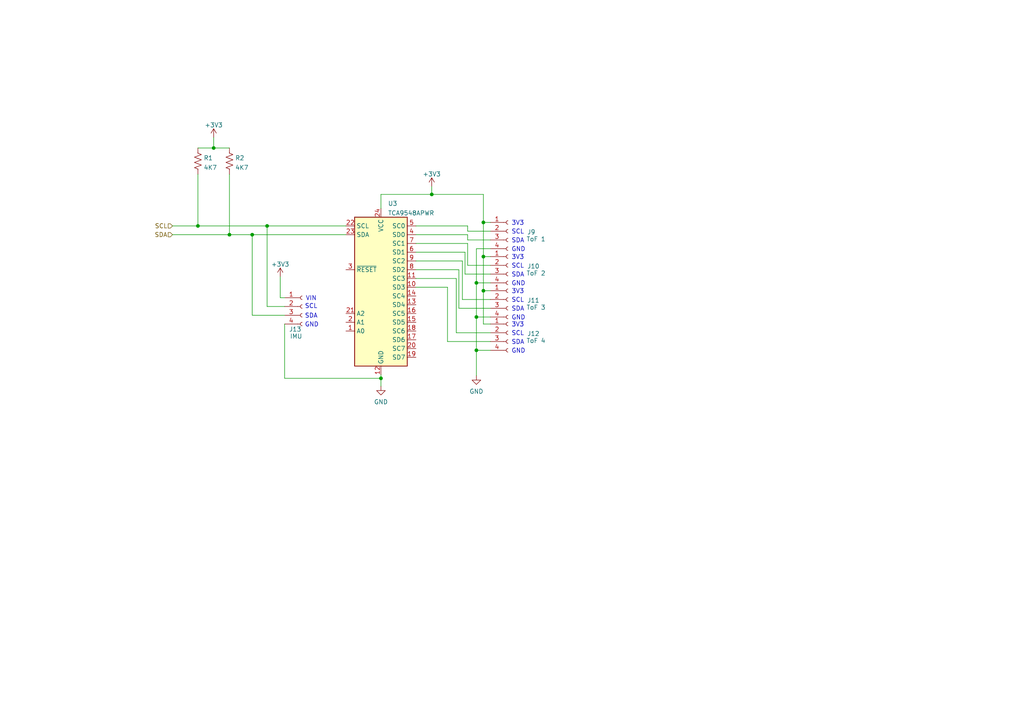
<source format=kicad_sch>
(kicad_sch (version 20211123) (generator eeschema)

  (uuid afccb12c-8605-4c08-bee7-3bfc607faa0b)

  (paper "A4")

  (title_block
    (title "Sensors")
    (date "2022-02-03")
    (rev "1.0")
  )

  (lib_symbols
    (symbol "Connector:Conn_01x04_Female" (pin_names (offset 1.016) hide) (in_bom yes) (on_board yes)
      (property "Reference" "J" (id 0) (at 0 5.08 0)
        (effects (font (size 1.27 1.27)))
      )
      (property "Value" "Conn_01x04_Female" (id 1) (at 0 -7.62 0)
        (effects (font (size 1.27 1.27)))
      )
      (property "Footprint" "" (id 2) (at 0 0 0)
        (effects (font (size 1.27 1.27)) hide)
      )
      (property "Datasheet" "~" (id 3) (at 0 0 0)
        (effects (font (size 1.27 1.27)) hide)
      )
      (property "ki_keywords" "connector" (id 4) (at 0 0 0)
        (effects (font (size 1.27 1.27)) hide)
      )
      (property "ki_description" "Generic connector, single row, 01x04, script generated (kicad-library-utils/schlib/autogen/connector/)" (id 5) (at 0 0 0)
        (effects (font (size 1.27 1.27)) hide)
      )
      (property "ki_fp_filters" "Connector*:*_1x??_*" (id 6) (at 0 0 0)
        (effects (font (size 1.27 1.27)) hide)
      )
      (symbol "Conn_01x04_Female_1_1"
        (arc (start 0 -4.572) (mid -0.508 -5.08) (end 0 -5.588)
          (stroke (width 0.1524) (type default) (color 0 0 0 0))
          (fill (type none))
        )
        (arc (start 0 -2.032) (mid -0.508 -2.54) (end 0 -3.048)
          (stroke (width 0.1524) (type default) (color 0 0 0 0))
          (fill (type none))
        )
        (polyline
          (pts
            (xy -1.27 -5.08)
            (xy -0.508 -5.08)
          )
          (stroke (width 0.1524) (type default) (color 0 0 0 0))
          (fill (type none))
        )
        (polyline
          (pts
            (xy -1.27 -2.54)
            (xy -0.508 -2.54)
          )
          (stroke (width 0.1524) (type default) (color 0 0 0 0))
          (fill (type none))
        )
        (polyline
          (pts
            (xy -1.27 0)
            (xy -0.508 0)
          )
          (stroke (width 0.1524) (type default) (color 0 0 0 0))
          (fill (type none))
        )
        (polyline
          (pts
            (xy -1.27 2.54)
            (xy -0.508 2.54)
          )
          (stroke (width 0.1524) (type default) (color 0 0 0 0))
          (fill (type none))
        )
        (arc (start 0 0.508) (mid -0.508 0) (end 0 -0.508)
          (stroke (width 0.1524) (type default) (color 0 0 0 0))
          (fill (type none))
        )
        (arc (start 0 3.048) (mid -0.508 2.54) (end 0 2.032)
          (stroke (width 0.1524) (type default) (color 0 0 0 0))
          (fill (type none))
        )
        (pin passive line (at -5.08 2.54 0) (length 3.81)
          (name "Pin_1" (effects (font (size 1.27 1.27))))
          (number "1" (effects (font (size 1.27 1.27))))
        )
        (pin passive line (at -5.08 0 0) (length 3.81)
          (name "Pin_2" (effects (font (size 1.27 1.27))))
          (number "2" (effects (font (size 1.27 1.27))))
        )
        (pin passive line (at -5.08 -2.54 0) (length 3.81)
          (name "Pin_3" (effects (font (size 1.27 1.27))))
          (number "3" (effects (font (size 1.27 1.27))))
        )
        (pin passive line (at -5.08 -5.08 0) (length 3.81)
          (name "Pin_4" (effects (font (size 1.27 1.27))))
          (number "4" (effects (font (size 1.27 1.27))))
        )
      )
    )
    (symbol "Device:R_US" (pin_numbers hide) (pin_names (offset 0)) (in_bom yes) (on_board yes)
      (property "Reference" "R" (id 0) (at 2.54 0 90)
        (effects (font (size 1.27 1.27)))
      )
      (property "Value" "R_US" (id 1) (at -2.54 0 90)
        (effects (font (size 1.27 1.27)))
      )
      (property "Footprint" "" (id 2) (at 1.016 -0.254 90)
        (effects (font (size 1.27 1.27)) hide)
      )
      (property "Datasheet" "~" (id 3) (at 0 0 0)
        (effects (font (size 1.27 1.27)) hide)
      )
      (property "ki_keywords" "R res resistor" (id 4) (at 0 0 0)
        (effects (font (size 1.27 1.27)) hide)
      )
      (property "ki_description" "Resistor, US symbol" (id 5) (at 0 0 0)
        (effects (font (size 1.27 1.27)) hide)
      )
      (property "ki_fp_filters" "R_*" (id 6) (at 0 0 0)
        (effects (font (size 1.27 1.27)) hide)
      )
      (symbol "R_US_0_1"
        (polyline
          (pts
            (xy 0 -2.286)
            (xy 0 -2.54)
          )
          (stroke (width 0) (type default) (color 0 0 0 0))
          (fill (type none))
        )
        (polyline
          (pts
            (xy 0 2.286)
            (xy 0 2.54)
          )
          (stroke (width 0) (type default) (color 0 0 0 0))
          (fill (type none))
        )
        (polyline
          (pts
            (xy 0 -0.762)
            (xy 1.016 -1.143)
            (xy 0 -1.524)
            (xy -1.016 -1.905)
            (xy 0 -2.286)
          )
          (stroke (width 0) (type default) (color 0 0 0 0))
          (fill (type none))
        )
        (polyline
          (pts
            (xy 0 0.762)
            (xy 1.016 0.381)
            (xy 0 0)
            (xy -1.016 -0.381)
            (xy 0 -0.762)
          )
          (stroke (width 0) (type default) (color 0 0 0 0))
          (fill (type none))
        )
        (polyline
          (pts
            (xy 0 2.286)
            (xy 1.016 1.905)
            (xy 0 1.524)
            (xy -1.016 1.143)
            (xy 0 0.762)
          )
          (stroke (width 0) (type default) (color 0 0 0 0))
          (fill (type none))
        )
      )
      (symbol "R_US_1_1"
        (pin passive line (at 0 3.81 270) (length 1.27)
          (name "~" (effects (font (size 1.27 1.27))))
          (number "1" (effects (font (size 1.27 1.27))))
        )
        (pin passive line (at 0 -3.81 90) (length 1.27)
          (name "~" (effects (font (size 1.27 1.27))))
          (number "2" (effects (font (size 1.27 1.27))))
        )
      )
    )
    (symbol "Interface_Expansion:TCA9548APWR" (in_bom yes) (on_board yes)
      (property "Reference" "U" (id 0) (at -7.62 21.59 0)
        (effects (font (size 1.27 1.27)) (justify left))
      )
      (property "Value" "TCA9548APWR" (id 1) (at 1.016 21.59 0)
        (effects (font (size 1.27 1.27)) (justify left))
      )
      (property "Footprint" "Package_SO:TSSOP-24_4.4x7.8mm_P0.65mm" (id 2) (at 0 -25.4 0)
        (effects (font (size 1.27 1.27)) hide)
      )
      (property "Datasheet" "http://www.ti.com/lit/ds/symlink/tca9548a.pdf" (id 3) (at 1.27 6.35 0)
        (effects (font (size 1.27 1.27)) hide)
      )
      (property "ki_keywords" "Low voltage 8-channel I2C switch with reset" (id 4) (at 0 0 0)
        (effects (font (size 1.27 1.27)) hide)
      )
      (property "ki_description" "Low voltage 8-channel I2C switch with reset, TSSOP-24" (id 5) (at 0 0 0)
        (effects (font (size 1.27 1.27)) hide)
      )
      (property "ki_fp_filters" "TSSOP*4.4x7.8mm*P0.65mm*" (id 6) (at 0 0 0)
        (effects (font (size 1.27 1.27)) hide)
      )
      (symbol "TCA9548APWR_0_1"
        (rectangle (start -7.62 20.32) (end 7.62 -22.86)
          (stroke (width 0.254) (type default) (color 0 0 0 0))
          (fill (type background))
        )
      )
      (symbol "TCA9548APWR_1_1"
        (pin input line (at -10.16 -12.7 0) (length 2.54)
          (name "A0" (effects (font (size 1.27 1.27))))
          (number "1" (effects (font (size 1.27 1.27))))
        )
        (pin bidirectional line (at 10.16 0 180) (length 2.54)
          (name "SD3" (effects (font (size 1.27 1.27))))
          (number "10" (effects (font (size 1.27 1.27))))
        )
        (pin output line (at 10.16 2.54 180) (length 2.54)
          (name "SC3" (effects (font (size 1.27 1.27))))
          (number "11" (effects (font (size 1.27 1.27))))
        )
        (pin power_in line (at 0 -25.4 90) (length 2.54)
          (name "GND" (effects (font (size 1.27 1.27))))
          (number "12" (effects (font (size 1.27 1.27))))
        )
        (pin bidirectional line (at 10.16 -5.08 180) (length 2.54)
          (name "SD4" (effects (font (size 1.27 1.27))))
          (number "13" (effects (font (size 1.27 1.27))))
        )
        (pin output line (at 10.16 -2.54 180) (length 2.54)
          (name "SC4" (effects (font (size 1.27 1.27))))
          (number "14" (effects (font (size 1.27 1.27))))
        )
        (pin bidirectional line (at 10.16 -10.16 180) (length 2.54)
          (name "SD5" (effects (font (size 1.27 1.27))))
          (number "15" (effects (font (size 1.27 1.27))))
        )
        (pin output line (at 10.16 -7.62 180) (length 2.54)
          (name "SC5" (effects (font (size 1.27 1.27))))
          (number "16" (effects (font (size 1.27 1.27))))
        )
        (pin bidirectional line (at 10.16 -15.24 180) (length 2.54)
          (name "SD6" (effects (font (size 1.27 1.27))))
          (number "17" (effects (font (size 1.27 1.27))))
        )
        (pin output line (at 10.16 -12.7 180) (length 2.54)
          (name "SC6" (effects (font (size 1.27 1.27))))
          (number "18" (effects (font (size 1.27 1.27))))
        )
        (pin bidirectional line (at 10.16 -20.32 180) (length 2.54)
          (name "SD7" (effects (font (size 1.27 1.27))))
          (number "19" (effects (font (size 1.27 1.27))))
        )
        (pin input line (at -10.16 -10.16 0) (length 2.54)
          (name "A1" (effects (font (size 1.27 1.27))))
          (number "2" (effects (font (size 1.27 1.27))))
        )
        (pin output line (at 10.16 -17.78 180) (length 2.54)
          (name "SC7" (effects (font (size 1.27 1.27))))
          (number "20" (effects (font (size 1.27 1.27))))
        )
        (pin input line (at -10.16 -7.62 0) (length 2.54)
          (name "A2" (effects (font (size 1.27 1.27))))
          (number "21" (effects (font (size 1.27 1.27))))
        )
        (pin input line (at -10.16 17.78 0) (length 2.54)
          (name "SCL" (effects (font (size 1.27 1.27))))
          (number "22" (effects (font (size 1.27 1.27))))
        )
        (pin bidirectional line (at -10.16 15.24 0) (length 2.54)
          (name "SDA" (effects (font (size 1.27 1.27))))
          (number "23" (effects (font (size 1.27 1.27))))
        )
        (pin power_in line (at 0 22.86 270) (length 2.54)
          (name "VCC" (effects (font (size 1.27 1.27))))
          (number "24" (effects (font (size 1.27 1.27))))
        )
        (pin input line (at -10.16 5.08 0) (length 2.54)
          (name "~{RESET}" (effects (font (size 1.27 1.27))))
          (number "3" (effects (font (size 1.27 1.27))))
        )
        (pin bidirectional line (at 10.16 15.24 180) (length 2.54)
          (name "SD0" (effects (font (size 1.27 1.27))))
          (number "4" (effects (font (size 1.27 1.27))))
        )
        (pin output line (at 10.16 17.78 180) (length 2.54)
          (name "SC0" (effects (font (size 1.27 1.27))))
          (number "5" (effects (font (size 1.27 1.27))))
        )
        (pin bidirectional line (at 10.16 10.16 180) (length 2.54)
          (name "SD1" (effects (font (size 1.27 1.27))))
          (number "6" (effects (font (size 1.27 1.27))))
        )
        (pin output line (at 10.16 12.7 180) (length 2.54)
          (name "SC1" (effects (font (size 1.27 1.27))))
          (number "7" (effects (font (size 1.27 1.27))))
        )
        (pin bidirectional line (at 10.16 5.08 180) (length 2.54)
          (name "SD2" (effects (font (size 1.27 1.27))))
          (number "8" (effects (font (size 1.27 1.27))))
        )
        (pin output line (at 10.16 7.62 180) (length 2.54)
          (name "SC2" (effects (font (size 1.27 1.27))))
          (number "9" (effects (font (size 1.27 1.27))))
        )
      )
    )
    (symbol "power:+3.3V" (power) (pin_names (offset 0)) (in_bom yes) (on_board yes)
      (property "Reference" "#PWR" (id 0) (at 0 -3.81 0)
        (effects (font (size 1.27 1.27)) hide)
      )
      (property "Value" "+3.3V" (id 1) (at 0 3.556 0)
        (effects (font (size 1.27 1.27)))
      )
      (property "Footprint" "" (id 2) (at 0 0 0)
        (effects (font (size 1.27 1.27)) hide)
      )
      (property "Datasheet" "" (id 3) (at 0 0 0)
        (effects (font (size 1.27 1.27)) hide)
      )
      (property "ki_keywords" "power-flag" (id 4) (at 0 0 0)
        (effects (font (size 1.27 1.27)) hide)
      )
      (property "ki_description" "Power symbol creates a global label with name \"+3.3V\"" (id 5) (at 0 0 0)
        (effects (font (size 1.27 1.27)) hide)
      )
      (symbol "+3.3V_0_1"
        (polyline
          (pts
            (xy -0.762 1.27)
            (xy 0 2.54)
          )
          (stroke (width 0) (type default) (color 0 0 0 0))
          (fill (type none))
        )
        (polyline
          (pts
            (xy 0 0)
            (xy 0 2.54)
          )
          (stroke (width 0) (type default) (color 0 0 0 0))
          (fill (type none))
        )
        (polyline
          (pts
            (xy 0 2.54)
            (xy 0.762 1.27)
          )
          (stroke (width 0) (type default) (color 0 0 0 0))
          (fill (type none))
        )
      )
      (symbol "+3.3V_1_1"
        (pin power_in line (at 0 0 90) (length 0) hide
          (name "+3V3" (effects (font (size 1.27 1.27))))
          (number "1" (effects (font (size 1.27 1.27))))
        )
      )
    )
    (symbol "power:GND" (power) (pin_names (offset 0)) (in_bom yes) (on_board yes)
      (property "Reference" "#PWR" (id 0) (at 0 -6.35 0)
        (effects (font (size 1.27 1.27)) hide)
      )
      (property "Value" "GND" (id 1) (at 0 -3.81 0)
        (effects (font (size 1.27 1.27)))
      )
      (property "Footprint" "" (id 2) (at 0 0 0)
        (effects (font (size 1.27 1.27)) hide)
      )
      (property "Datasheet" "" (id 3) (at 0 0 0)
        (effects (font (size 1.27 1.27)) hide)
      )
      (property "ki_keywords" "power-flag" (id 4) (at 0 0 0)
        (effects (font (size 1.27 1.27)) hide)
      )
      (property "ki_description" "Power symbol creates a global label with name \"GND\" , ground" (id 5) (at 0 0 0)
        (effects (font (size 1.27 1.27)) hide)
      )
      (symbol "GND_0_1"
        (polyline
          (pts
            (xy 0 0)
            (xy 0 -1.27)
            (xy 1.27 -1.27)
            (xy 0 -2.54)
            (xy -1.27 -1.27)
            (xy 0 -1.27)
          )
          (stroke (width 0) (type default) (color 0 0 0 0))
          (fill (type none))
        )
      )
      (symbol "GND_1_1"
        (pin power_in line (at 0 0 270) (length 0) hide
          (name "GND" (effects (font (size 1.27 1.27))))
          (number "1" (effects (font (size 1.27 1.27))))
        )
      )
    )
  )

  (junction (at 138.176 91.948) (diameter 0) (color 0 0 0 0)
    (uuid 036b0835-4cd8-4225-9035-6794fb04d88b)
  )
  (junction (at 77.47 65.532) (diameter 0) (color 0 0 0 0)
    (uuid 1cb6669b-da7b-4d7a-a3fb-6ebb97248569)
  )
  (junction (at 61.976 42.926) (diameter 0) (color 0 0 0 0)
    (uuid 240f9781-a116-48b6-ab2a-51fbd95d9768)
  )
  (junction (at 125.222 56.388) (diameter 0) (color 0 0 0 0)
    (uuid 244e8e94-b3f9-489e-bfc5-fbcadb5575df)
  )
  (junction (at 140.208 84.328) (diameter 0) (color 0 0 0 0)
    (uuid 2a3c2ef8-6d2c-466a-b728-a22c368b6e57)
  )
  (junction (at 138.176 101.6) (diameter 0) (color 0 0 0 0)
    (uuid 50c4aace-a864-4eca-84d3-4169649bfda3)
  )
  (junction (at 110.49 109.728) (diameter 0) (color 0 0 0 0)
    (uuid 64704956-2983-4ef9-bd08-b61b254129f5)
  )
  (junction (at 73.152 68.072) (diameter 0) (color 0 0 0 0)
    (uuid 744b57d1-d1c4-4d56-a75d-b72886598678)
  )
  (junction (at 66.548 68.072) (diameter 0) (color 0 0 0 0)
    (uuid 931f904b-41ae-458f-ac55-af6bb298aba3)
  )
  (junction (at 140.208 74.422) (diameter 0) (color 0 0 0 0)
    (uuid bc87a498-15ae-4558-989f-608d346f5ff7)
  )
  (junction (at 140.208 64.516) (diameter 0) (color 0 0 0 0)
    (uuid d8b2eede-5c53-4e16-9c62-eb5a9f829346)
  )
  (junction (at 138.176 82.042) (diameter 0) (color 0 0 0 0)
    (uuid e85b8ff5-021e-4fd6-a93e-e92b01bdf331)
  )
  (junction (at 57.404 65.532) (diameter 0) (color 0 0 0 0)
    (uuid f68b741e-7c40-4d37-a482-6d9861636d5e)
  )

  (wire (pts (xy 120.65 70.612) (xy 135.636 70.612))
    (stroke (width 0) (type default) (color 0 0 0 0))
    (uuid 021e2b2d-9335-41a4-91af-74bff527d3e4)
  )
  (wire (pts (xy 125.222 54.102) (xy 125.222 56.388))
    (stroke (width 0) (type default) (color 0 0 0 0))
    (uuid 05dd967b-0571-45e5-bc46-69d36de497a9)
  )
  (wire (pts (xy 57.404 42.926) (xy 61.976 42.926))
    (stroke (width 0) (type default) (color 0 0 0 0))
    (uuid 129d0f8a-381b-486f-b0df-bca5efea52ab)
  )
  (wire (pts (xy 110.49 108.712) (xy 110.49 109.728))
    (stroke (width 0) (type default) (color 0 0 0 0))
    (uuid 12b75f7a-91de-4f80-b58c-ea7e9977e411)
  )
  (wire (pts (xy 134.874 73.152) (xy 134.874 79.502))
    (stroke (width 0) (type default) (color 0 0 0 0))
    (uuid 13ebc5a7-b337-4d8c-a980-561879e4b150)
  )
  (wire (pts (xy 50.038 65.532) (xy 57.404 65.532))
    (stroke (width 0) (type default) (color 0 0 0 0))
    (uuid 15e76678-dc42-443a-9822-6e6ec66e5174)
  )
  (wire (pts (xy 133.096 78.232) (xy 133.096 89.408))
    (stroke (width 0) (type default) (color 0 0 0 0))
    (uuid 162f2c95-8e10-4344-b86f-2fe6c64f058f)
  )
  (wire (pts (xy 142.24 91.948) (xy 138.176 91.948))
    (stroke (width 0) (type default) (color 0 0 0 0))
    (uuid 1a23f155-7f0c-4f86-94df-5c2da35faa40)
  )
  (wire (pts (xy 140.208 56.388) (xy 140.208 64.516))
    (stroke (width 0) (type default) (color 0 0 0 0))
    (uuid 1b011970-182b-473b-a344-d1e4c481bdf1)
  )
  (wire (pts (xy 138.176 82.042) (xy 138.176 91.948))
    (stroke (width 0) (type default) (color 0 0 0 0))
    (uuid 1deedb56-2689-498a-8927-1f77048a00c2)
  )
  (wire (pts (xy 132.334 96.52) (xy 142.24 96.52))
    (stroke (width 0) (type default) (color 0 0 0 0))
    (uuid 20d1f349-dc95-488b-baa0-6bdb74f82e2b)
  )
  (wire (pts (xy 120.65 65.532) (xy 135.636 65.532))
    (stroke (width 0) (type default) (color 0 0 0 0))
    (uuid 21b9cb94-96b3-4ef5-ba02-7d72babc8759)
  )
  (wire (pts (xy 134.112 86.868) (xy 142.24 86.868))
    (stroke (width 0) (type default) (color 0 0 0 0))
    (uuid 22fa8438-c06e-4841-98e3-ed4e0a386876)
  )
  (wire (pts (xy 50.038 68.072) (xy 66.548 68.072))
    (stroke (width 0) (type default) (color 0 0 0 0))
    (uuid 26708e88-38a5-47d7-80b1-54ac568f99c5)
  )
  (wire (pts (xy 129.794 83.312) (xy 120.65 83.312))
    (stroke (width 0) (type default) (color 0 0 0 0))
    (uuid 2aef8391-afd5-4489-ba4d-2ee1ba66ad99)
  )
  (wire (pts (xy 140.208 74.422) (xy 142.24 74.422))
    (stroke (width 0) (type default) (color 0 0 0 0))
    (uuid 2afbf4cc-b3d0-469a-bab0-ec3158b0fed4)
  )
  (wire (pts (xy 138.176 91.948) (xy 138.176 101.6))
    (stroke (width 0) (type default) (color 0 0 0 0))
    (uuid 2c9820e4-9eb2-4013-9413-467920770dda)
  )
  (wire (pts (xy 110.49 109.728) (xy 110.49 112.014))
    (stroke (width 0) (type default) (color 0 0 0 0))
    (uuid 3e6b8f5c-7f12-4d82-8011-dc1fd9fd0356)
  )
  (wire (pts (xy 140.208 64.516) (xy 140.208 74.422))
    (stroke (width 0) (type default) (color 0 0 0 0))
    (uuid 3fa0538d-141e-4fbc-8461-1fa82e3e5256)
  )
  (wire (pts (xy 135.636 68.072) (xy 135.636 69.596))
    (stroke (width 0) (type default) (color 0 0 0 0))
    (uuid 4e822fa7-fabe-4973-99f5-32d7e10e2cdb)
  )
  (wire (pts (xy 82.55 91.44) (xy 73.152 91.44))
    (stroke (width 0) (type default) (color 0 0 0 0))
    (uuid 55d4220c-1373-4d6c-a20e-70673ae16d9a)
  )
  (wire (pts (xy 82.55 86.36) (xy 81.28 86.36))
    (stroke (width 0) (type default) (color 0 0 0 0))
    (uuid 582d4bea-7416-4590-ad8e-2826a87af7a2)
  )
  (wire (pts (xy 133.096 89.408) (xy 142.24 89.408))
    (stroke (width 0) (type default) (color 0 0 0 0))
    (uuid 58642e81-1bc3-40ae-a7fb-419d40c18a5e)
  )
  (wire (pts (xy 110.49 56.388) (xy 110.49 60.452))
    (stroke (width 0) (type default) (color 0 0 0 0))
    (uuid 5b91e5d4-95af-4924-a175-5c3abc327931)
  )
  (wire (pts (xy 142.24 84.328) (xy 140.208 84.328))
    (stroke (width 0) (type default) (color 0 0 0 0))
    (uuid 5cc82b2c-3df3-416f-9740-7eca2563e247)
  )
  (wire (pts (xy 73.152 68.072) (xy 100.33 68.072))
    (stroke (width 0) (type default) (color 0 0 0 0))
    (uuid 5d3d5314-49d0-4e67-a670-e4eebfe22e50)
  )
  (wire (pts (xy 61.976 42.926) (xy 66.548 42.926))
    (stroke (width 0) (type default) (color 0 0 0 0))
    (uuid 5e23c85c-8778-4727-8eaa-911fd6f46e63)
  )
  (wire (pts (xy 140.208 84.328) (xy 140.208 93.98))
    (stroke (width 0) (type default) (color 0 0 0 0))
    (uuid 5e7da84b-46ba-440e-bfd0-254ede9b1063)
  )
  (wire (pts (xy 135.636 70.612) (xy 135.636 76.962))
    (stroke (width 0) (type default) (color 0 0 0 0))
    (uuid 61dd954a-5362-4c81-8db5-abc8bb00da2f)
  )
  (wire (pts (xy 125.222 56.388) (xy 140.208 56.388))
    (stroke (width 0) (type default) (color 0 0 0 0))
    (uuid 6964ee36-c28f-4e12-8159-9fb1d1e63370)
  )
  (wire (pts (xy 138.176 72.136) (xy 138.176 82.042))
    (stroke (width 0) (type default) (color 0 0 0 0))
    (uuid 6ac246b3-987f-4d0c-8b3e-a1bb31c1ca71)
  )
  (wire (pts (xy 81.28 80.264) (xy 81.28 86.36))
    (stroke (width 0) (type default) (color 0 0 0 0))
    (uuid 6e1ee447-662e-4a34-849c-24c225f4c7d9)
  )
  (wire (pts (xy 57.404 50.546) (xy 57.404 65.532))
    (stroke (width 0) (type default) (color 0 0 0 0))
    (uuid 72c67af8-e025-4b70-8bd2-079b20144624)
  )
  (wire (pts (xy 135.636 76.962) (xy 142.24 76.962))
    (stroke (width 0) (type default) (color 0 0 0 0))
    (uuid 73220824-b2bd-4e01-846a-6603805fd06f)
  )
  (wire (pts (xy 73.152 91.44) (xy 73.152 68.072))
    (stroke (width 0) (type default) (color 0 0 0 0))
    (uuid 7c04f4ff-89db-4c25-8674-3446f0254c19)
  )
  (wire (pts (xy 129.794 99.06) (xy 129.794 83.312))
    (stroke (width 0) (type default) (color 0 0 0 0))
    (uuid 7c33a2cf-b3fe-4fd1-b722-1dd66b063266)
  )
  (wire (pts (xy 110.49 56.388) (xy 125.222 56.388))
    (stroke (width 0) (type default) (color 0 0 0 0))
    (uuid 7cf63434-1e8d-4ff9-8020-dfa5a850b6d8)
  )
  (wire (pts (xy 77.47 88.9) (xy 77.47 65.532))
    (stroke (width 0) (type default) (color 0 0 0 0))
    (uuid 7e85e058-07af-4f98-9f49-6abfe370117b)
  )
  (wire (pts (xy 120.65 75.692) (xy 134.112 75.692))
    (stroke (width 0) (type default) (color 0 0 0 0))
    (uuid 7f2baf5f-2689-4b63-8a47-b3589b6e2cc9)
  )
  (wire (pts (xy 82.55 109.728) (xy 110.49 109.728))
    (stroke (width 0) (type default) (color 0 0 0 0))
    (uuid 84d828b6-9b99-4030-9fcf-8f9ac582e5d4)
  )
  (wire (pts (xy 140.208 74.422) (xy 140.208 84.328))
    (stroke (width 0) (type default) (color 0 0 0 0))
    (uuid 86c20ade-1f87-4dd0-a33b-63cc5b3b190d)
  )
  (wire (pts (xy 140.208 64.516) (xy 142.24 64.516))
    (stroke (width 0) (type default) (color 0 0 0 0))
    (uuid 86f480e5-61bf-4dca-b41b-d4abdf1db1ea)
  )
  (wire (pts (xy 57.404 65.532) (xy 77.47 65.532))
    (stroke (width 0) (type default) (color 0 0 0 0))
    (uuid 8d59166e-0857-405e-80f0-3aeb94fd402f)
  )
  (wire (pts (xy 135.636 65.532) (xy 135.636 67.056))
    (stroke (width 0) (type default) (color 0 0 0 0))
    (uuid 920c20f9-cbdc-49f1-a5bf-d5bed09e725d)
  )
  (wire (pts (xy 132.334 80.772) (xy 132.334 96.52))
    (stroke (width 0) (type default) (color 0 0 0 0))
    (uuid 98f5b0db-78bd-43ee-989c-ab398d0039e8)
  )
  (wire (pts (xy 134.112 75.692) (xy 134.112 86.868))
    (stroke (width 0) (type default) (color 0 0 0 0))
    (uuid a4f56c1c-3ed6-495c-9fcb-39a56b49af49)
  )
  (wire (pts (xy 77.47 65.532) (xy 100.33 65.532))
    (stroke (width 0) (type default) (color 0 0 0 0))
    (uuid aca6095e-36a2-443b-8183-ccf3e600374f)
  )
  (wire (pts (xy 142.24 82.042) (xy 138.176 82.042))
    (stroke (width 0) (type default) (color 0 0 0 0))
    (uuid af5ad46f-b9f4-4e30-8859-6e6b0778f865)
  )
  (wire (pts (xy 142.24 99.06) (xy 129.794 99.06))
    (stroke (width 0) (type default) (color 0 0 0 0))
    (uuid b0c9f898-fc4d-49f5-9770-c4a3e35a169d)
  )
  (wire (pts (xy 66.548 68.072) (xy 73.152 68.072))
    (stroke (width 0) (type default) (color 0 0 0 0))
    (uuid b26ea949-c031-4e87-aa4c-5b0817138629)
  )
  (wire (pts (xy 82.55 93.98) (xy 82.55 109.728))
    (stroke (width 0) (type default) (color 0 0 0 0))
    (uuid ba04f500-d8ec-4cda-ae38-c11a815d89e4)
  )
  (wire (pts (xy 142.24 101.6) (xy 138.176 101.6))
    (stroke (width 0) (type default) (color 0 0 0 0))
    (uuid ba71eee7-d46a-4fba-b10f-54189dfed245)
  )
  (wire (pts (xy 120.65 80.772) (xy 132.334 80.772))
    (stroke (width 0) (type default) (color 0 0 0 0))
    (uuid be589185-3d3e-4258-bc78-cb57d4c88321)
  )
  (wire (pts (xy 120.65 73.152) (xy 134.874 73.152))
    (stroke (width 0) (type default) (color 0 0 0 0))
    (uuid be9a7487-c0d3-4bc1-9ffe-5d4057dd4bbe)
  )
  (wire (pts (xy 135.636 67.056) (xy 142.24 67.056))
    (stroke (width 0) (type default) (color 0 0 0 0))
    (uuid c9a3df12-716f-48ac-bad7-42ad8acf4db4)
  )
  (wire (pts (xy 120.65 78.232) (xy 133.096 78.232))
    (stroke (width 0) (type default) (color 0 0 0 0))
    (uuid cd5f3e0f-7f10-4788-8564-8f74eb1e190c)
  )
  (wire (pts (xy 66.548 50.546) (xy 66.548 68.072))
    (stroke (width 0) (type default) (color 0 0 0 0))
    (uuid ce6b9e79-37a8-4c25-ba89-6b98fc2d25f6)
  )
  (wire (pts (xy 82.55 88.9) (xy 77.47 88.9))
    (stroke (width 0) (type default) (color 0 0 0 0))
    (uuid cec73575-7643-4776-9ec1-65b98298cee6)
  )
  (wire (pts (xy 61.976 39.878) (xy 61.976 42.926))
    (stroke (width 0) (type default) (color 0 0 0 0))
    (uuid cf3c5e39-aa1c-4ef4-8fc0-725e58354749)
  )
  (wire (pts (xy 142.24 72.136) (xy 138.176 72.136))
    (stroke (width 0) (type default) (color 0 0 0 0))
    (uuid cf47adbf-7a87-40a6-9c98-3a01ce3853f7)
  )
  (wire (pts (xy 135.636 69.596) (xy 142.24 69.596))
    (stroke (width 0) (type default) (color 0 0 0 0))
    (uuid da1c3bce-0432-4e88-bb98-a02fb2956579)
  )
  (wire (pts (xy 134.874 79.502) (xy 142.24 79.502))
    (stroke (width 0) (type default) (color 0 0 0 0))
    (uuid da30764c-6190-43f7-91f0-cb6c5de960d3)
  )
  (wire (pts (xy 142.24 93.98) (xy 140.208 93.98))
    (stroke (width 0) (type default) (color 0 0 0 0))
    (uuid dabbeedf-344f-439b-b9bb-bbd050ab6244)
  )
  (wire (pts (xy 138.176 101.6) (xy 138.176 108.966))
    (stroke (width 0) (type default) (color 0 0 0 0))
    (uuid e00e0feb-f530-4a77-9df5-68d35dc32f71)
  )
  (wire (pts (xy 120.65 68.072) (xy 135.636 68.072))
    (stroke (width 0) (type default) (color 0 0 0 0))
    (uuid e139663d-ca92-4db0-bed6-b1ed1e2fe6c8)
  )

  (text "SDA" (at 88.392 92.456 0)
    (effects (font (size 1.27 1.27)) (justify left bottom))
    (uuid 0082534c-4e65-4775-8e69-699440aabd9c)
  )
  (text "SCL\n\n" (at 148.336 89.916 0)
    (effects (font (size 1.27 1.27)) (justify left bottom))
    (uuid 0d20e72b-15cd-40a5-96fa-6b2810325dcb)
  )
  (text "GND" (at 148.336 92.964 0)
    (effects (font (size 1.27 1.27)) (justify left bottom))
    (uuid 1eaa6861-7cf6-4d91-9d9e-4c42202c42ad)
  )
  (text "GND\n" (at 88.392 94.996 0)
    (effects (font (size 1.27 1.27)) (justify left bottom))
    (uuid 3ec39dec-0797-44f7-8264-c223d6123803)
  )
  (text "SDA\n" (at 148.336 80.518 0)
    (effects (font (size 1.27 1.27)) (justify left bottom))
    (uuid 43a83234-93f0-4c06-b4da-7d220862aaf3)
  )
  (text "SDA\n" (at 148.336 100.076 0)
    (effects (font (size 1.27 1.27)) (justify left bottom))
    (uuid 73c430a6-4643-45d1-a714-b2e03dae966d)
  )
  (text "SCL\n\n" (at 148.336 99.568 0)
    (effects (font (size 1.27 1.27)) (justify left bottom))
    (uuid 76d243c2-0aba-4acf-ab09-ba92e144a92c)
  )
  (text "SCL\n\n" (at 148.336 70.104 0)
    (effects (font (size 1.27 1.27)) (justify left bottom))
    (uuid 7c11d733-8199-49b3-90a9-026b8637d73a)
  )
  (text "3V3\n" (at 148.336 94.996 0)
    (effects (font (size 1.27 1.27)) (justify left bottom))
    (uuid 7d01df32-d61c-4120-bc5a-0a071dca1cff)
  )
  (text "GND" (at 148.336 102.616 0)
    (effects (font (size 1.27 1.27)) (justify left bottom))
    (uuid 85c2b86b-8f22-4b0a-9673-2f7ebf8f5b9b)
  )
  (text "VIN\n" (at 88.646 87.376 0)
    (effects (font (size 1.27 1.27)) (justify left bottom))
    (uuid 8a18dc2d-3acf-4bed-a88a-59330e4de1f8)
  )
  (text "SDA\n" (at 148.336 70.612 0)
    (effects (font (size 1.27 1.27)) (justify left bottom))
    (uuid 8b44d664-b9c1-47ad-b68e-eeff6ec3b530)
  )
  (text "GND" (at 148.336 73.152 0)
    (effects (font (size 1.27 1.27)) (justify left bottom))
    (uuid a234303d-85aa-4989-a85b-19b0fd905e50)
  )
  (text "SDA\n" (at 148.336 90.424 0)
    (effects (font (size 1.27 1.27)) (justify left bottom))
    (uuid b20fd1ec-4d29-4cfc-b7c8-33750a9cc0b2)
  )
  (text "SCL\n" (at 88.392 89.662 0)
    (effects (font (size 1.27 1.27)) (justify left bottom))
    (uuid b6c0e4f7-1312-44d5-a62b-24a791e5c6ef)
  )
  (text "3V3\n" (at 148.336 75.438 0)
    (effects (font (size 1.27 1.27)) (justify left bottom))
    (uuid c0d63dca-cd11-42ee-9c6c-d5d84102c5dc)
  )
  (text "SCL\n\n" (at 148.336 80.01 0)
    (effects (font (size 1.27 1.27)) (justify left bottom))
    (uuid c6c7ce88-30d9-43e4-996a-603f2a60bac4)
  )
  (text "3V3\n" (at 148.336 65.532 0)
    (effects (font (size 1.27 1.27)) (justify left bottom))
    (uuid e051ab87-6e21-474a-a328-83af76c10393)
  )
  (text "GND" (at 148.336 83.058 0)
    (effects (font (size 1.27 1.27)) (justify left bottom))
    (uuid e7136900-7875-43d6-b8f9-7e187e89492a)
  )
  (text "3V3\n" (at 148.336 85.344 0)
    (effects (font (size 1.27 1.27)) (justify left bottom))
    (uuid fb2afb5e-0df3-4b6e-85be-af8fe30d08c4)
  )

  (hierarchical_label "SDA" (shape input) (at 50.038 68.072 180)
    (effects (font (size 1.27 1.27)) (justify right))
    (uuid 9e164acd-41fb-4d2d-9eda-f2b5108e38d1)
  )
  (hierarchical_label "SCL" (shape input) (at 50.038 65.532 180)
    (effects (font (size 1.27 1.27)) (justify right))
    (uuid bb756b60-c54f-44c5-8778-315e929cb0e0)
  )

  (symbol (lib_id "Connector:Conn_01x04_Female") (at 147.32 67.056 0) (unit 1)
    (in_bom yes) (on_board yes)
    (uuid 0870e819-025a-4579-a35c-0b853a5b3af3)
    (property "Reference" "J9" (id 0) (at 152.908 67.31 0)
      (effects (font (size 1.27 1.27)) (justify left))
    )
    (property "Value" "ToF 1" (id 1) (at 152.654 69.342 0)
      (effects (font (size 1.27 1.27)) (justify left))
    )
    (property "Footprint" "" (id 2) (at 147.32 67.056 0)
      (effects (font (size 1.27 1.27)) hide)
    )
    (property "Datasheet" "~" (id 3) (at 147.32 67.056 0)
      (effects (font (size 1.27 1.27)) hide)
    )
    (pin "1" (uuid 37b498bf-5c98-4812-ada3-807d72eff702))
    (pin "2" (uuid dc26d682-bfc8-4572-a584-fa9551b25ee6))
    (pin "3" (uuid 2b537c9a-afa7-437b-81c8-05b46275fa87))
    (pin "4" (uuid 6483b717-064c-4fca-93a8-9ab54b2215ae))
  )

  (symbol (lib_id "Device:R_US") (at 57.404 46.736 0) (unit 1)
    (in_bom yes) (on_board yes) (fields_autoplaced)
    (uuid 0ddffb29-819f-4fb1-8ac1-f59fa3272ba3)
    (property "Reference" "R1" (id 0) (at 59.055 45.8275 0)
      (effects (font (size 1.27 1.27)) (justify left))
    )
    (property "Value" "4K7" (id 1) (at 59.055 48.6026 0)
      (effects (font (size 1.27 1.27)) (justify left))
    )
    (property "Footprint" "" (id 2) (at 58.42 46.99 90)
      (effects (font (size 1.27 1.27)) hide)
    )
    (property "Datasheet" "~" (id 3) (at 57.404 46.736 0)
      (effects (font (size 1.27 1.27)) hide)
    )
    (pin "1" (uuid 1d3149d7-c24d-4f49-b6fd-bd2c8bd8cb2d))
    (pin "2" (uuid 3a643040-8b32-423b-a26e-df574c4a1ee9))
  )

  (symbol (lib_id "power:+3.3V") (at 61.976 39.878 0) (unit 1)
    (in_bom yes) (on_board yes) (fields_autoplaced)
    (uuid 241e2e05-d38b-4b03-aba4-8626e4fb6e93)
    (property "Reference" "#PWR?" (id 0) (at 61.976 43.688 0)
      (effects (font (size 1.27 1.27)) hide)
    )
    (property "Value" "+3.3V" (id 1) (at 61.976 36.2735 0))
    (property "Footprint" "" (id 2) (at 61.976 39.878 0)
      (effects (font (size 1.27 1.27)) hide)
    )
    (property "Datasheet" "" (id 3) (at 61.976 39.878 0)
      (effects (font (size 1.27 1.27)) hide)
    )
    (pin "1" (uuid 16e25d3f-de5f-4257-a069-f7af8e6b816e))
  )

  (symbol (lib_id "Connector:Conn_01x04_Female") (at 147.32 96.52 0) (unit 1)
    (in_bom yes) (on_board yes)
    (uuid 3496f127-f1fe-4b45-aeed-c71ec8b762b3)
    (property "Reference" "J12" (id 0) (at 152.908 96.774 0)
      (effects (font (size 1.27 1.27)) (justify left))
    )
    (property "Value" "ToF 4" (id 1) (at 152.654 98.806 0)
      (effects (font (size 1.27 1.27)) (justify left))
    )
    (property "Footprint" "" (id 2) (at 147.32 96.52 0)
      (effects (font (size 1.27 1.27)) hide)
    )
    (property "Datasheet" "~" (id 3) (at 147.32 96.52 0)
      (effects (font (size 1.27 1.27)) hide)
    )
    (pin "1" (uuid e5c0fe00-33ce-49ff-961f-4da266a9b361))
    (pin "2" (uuid e4e01f96-794c-4abd-8a1d-53404c19d36d))
    (pin "3" (uuid 63bc0cc9-2399-4243-b4df-ee57ba17a98a))
    (pin "4" (uuid a5a0d6a9-4790-44b4-84c1-b0e294211b8d))
  )

  (symbol (lib_id "power:+3.3V") (at 81.28 80.264 0) (unit 1)
    (in_bom yes) (on_board yes) (fields_autoplaced)
    (uuid 4d042256-5636-4f80-ac2b-98e8a1fdbefc)
    (property "Reference" "#PWR?" (id 0) (at 81.28 84.074 0)
      (effects (font (size 1.27 1.27)) hide)
    )
    (property "Value" "+3.3V" (id 1) (at 81.28 76.6595 0))
    (property "Footprint" "" (id 2) (at 81.28 80.264 0)
      (effects (font (size 1.27 1.27)) hide)
    )
    (property "Datasheet" "" (id 3) (at 81.28 80.264 0)
      (effects (font (size 1.27 1.27)) hide)
    )
    (pin "1" (uuid 17648de8-29d7-4173-bedb-1770e7f27c02))
  )

  (symbol (lib_id "power:+3.3V") (at 125.222 54.102 0) (unit 1)
    (in_bom yes) (on_board yes) (fields_autoplaced)
    (uuid 6aa8c486-32ac-4622-b983-28b6b0239d8f)
    (property "Reference" "#PWR?" (id 0) (at 125.222 57.912 0)
      (effects (font (size 1.27 1.27)) hide)
    )
    (property "Value" "+3.3V" (id 1) (at 125.222 50.4975 0))
    (property "Footprint" "" (id 2) (at 125.222 54.102 0)
      (effects (font (size 1.27 1.27)) hide)
    )
    (property "Datasheet" "" (id 3) (at 125.222 54.102 0)
      (effects (font (size 1.27 1.27)) hide)
    )
    (pin "1" (uuid f746a79c-864b-4c5c-bfb5-b2aecaf54316))
  )

  (symbol (lib_id "Interface_Expansion:TCA9548APWR") (at 110.49 83.312 0) (unit 1)
    (in_bom yes) (on_board yes) (fields_autoplaced)
    (uuid 6d8c3a9e-ecc3-45c7-a8b9-5ce4608f908c)
    (property "Reference" "U3" (id 0) (at 112.5094 59.0255 0)
      (effects (font (size 1.27 1.27)) (justify left))
    )
    (property "Value" "TCA9548APWR" (id 1) (at 112.5094 61.8006 0)
      (effects (font (size 1.27 1.27)) (justify left))
    )
    (property "Footprint" "Package_SO:TSSOP-24_4.4x7.8mm_P0.65mm" (id 2) (at 110.49 108.712 0)
      (effects (font (size 1.27 1.27)) hide)
    )
    (property "Datasheet" "http://www.ti.com/lit/ds/symlink/tca9548a.pdf" (id 3) (at 111.76 76.962 0)
      (effects (font (size 1.27 1.27)) hide)
    )
    (pin "1" (uuid ab549c90-c956-4665-b949-63873afeece5))
    (pin "10" (uuid 8f1cb6d0-2e02-46d0-a501-1f534398bf5d))
    (pin "11" (uuid 02c39be8-56e5-490b-b4da-0b1eaab04e0b))
    (pin "12" (uuid 0a8f8b94-c01d-4779-92bc-131d4a04f115))
    (pin "13" (uuid 3b72c0fa-ec80-4178-9ec9-8a2031d38e84))
    (pin "14" (uuid 76c14663-0f2e-4a2a-8dfd-4bab2a03a224))
    (pin "15" (uuid c7a7013f-5030-43e5-ad7e-942e016673fc))
    (pin "16" (uuid ead20fbe-e716-4f81-852c-c0d7d7e51a2a))
    (pin "17" (uuid b1b60539-f709-4a1f-a962-099f0059eec7))
    (pin "18" (uuid a9655280-3cbb-4afb-abf6-d39942b1fb37))
    (pin "19" (uuid 86106e96-946c-44d8-ab6d-ab57f23ce829))
    (pin "2" (uuid 5d723dc5-87c2-4221-8d3c-92e14b8819e5))
    (pin "20" (uuid 9b5d2c14-4faa-4923-8ba1-b25b2948ba77))
    (pin "21" (uuid 6ada9f28-bc26-4348-98fd-396b7cc5f6ee))
    (pin "22" (uuid 7ac6f2a7-044f-435e-92eb-ce3500d6eb0b))
    (pin "23" (uuid 28ec1f29-4986-4a9a-a39a-5d540d191da2))
    (pin "24" (uuid c60283b1-1193-4ecd-b0b7-a64f8c32ace7))
    (pin "3" (uuid 11ee3341-7129-4a33-9ddd-6483a1460216))
    (pin "4" (uuid faa5500c-936d-4f59-b2c9-abc5a2342566))
    (pin "5" (uuid 3a313ee6-f652-4962-be1b-274d9544a739))
    (pin "6" (uuid 027956b9-e60f-4292-bcc7-d28bff8f4746))
    (pin "7" (uuid 50e92086-0ce3-4d99-bd69-8c89a2ede8f2))
    (pin "8" (uuid 9325ff2a-8977-4008-b62d-a3566abdacb2))
    (pin "9" (uuid 3e8dea81-223a-4fc6-aec2-87ec97ac8654))
  )

  (symbol (lib_id "Connector:Conn_01x04_Female") (at 147.32 76.962 0) (unit 1)
    (in_bom yes) (on_board yes)
    (uuid 8a6670b3-102c-40bd-9fe8-000e2d1d92ba)
    (property "Reference" "J10" (id 0) (at 152.908 77.216 0)
      (effects (font (size 1.27 1.27)) (justify left))
    )
    (property "Value" "ToF 2" (id 1) (at 152.654 79.248 0)
      (effects (font (size 1.27 1.27)) (justify left))
    )
    (property "Footprint" "" (id 2) (at 147.32 76.962 0)
      (effects (font (size 1.27 1.27)) hide)
    )
    (property "Datasheet" "~" (id 3) (at 147.32 76.962 0)
      (effects (font (size 1.27 1.27)) hide)
    )
    (pin "1" (uuid e8f5bdb1-438e-44cd-8b2f-530cc649c9fb))
    (pin "2" (uuid 327e6a1f-4054-4659-ae18-5afe32748e31))
    (pin "3" (uuid 7a2b8376-431e-429c-a705-19a927270952))
    (pin "4" (uuid 6506599d-a135-4ef9-93b3-5e2e3f546b77))
  )

  (symbol (lib_id "Connector:Conn_01x04_Female") (at 87.63 88.9 0) (unit 1)
    (in_bom yes) (on_board yes)
    (uuid de0ce676-aafd-42a5-8447-776ad52b2d70)
    (property "Reference" "J13" (id 0) (at 83.82 95.504 0)
      (effects (font (size 1.27 1.27)) (justify left))
    )
    (property "Value" "IMU" (id 1) (at 84.074 97.536 0)
      (effects (font (size 1.27 1.27)) (justify left))
    )
    (property "Footprint" "" (id 2) (at 87.63 88.9 0)
      (effects (font (size 1.27 1.27)) hide)
    )
    (property "Datasheet" "~" (id 3) (at 87.63 88.9 0)
      (effects (font (size 1.27 1.27)) hide)
    )
    (pin "1" (uuid 75f857a7-aa79-430e-a8b9-c577d47fd406))
    (pin "2" (uuid 4aa8195a-6a55-423f-8e9a-07cc6aa701a2))
    (pin "3" (uuid 4235927c-b348-4c6c-83b3-9d4486a3f298))
    (pin "4" (uuid 91dbb78e-73b0-4eb5-be4e-0f2528a22fe2))
  )

  (symbol (lib_id "power:GND") (at 138.176 108.966 0) (unit 1)
    (in_bom yes) (on_board yes) (fields_autoplaced)
    (uuid ecc1b9fd-4242-42af-889a-312a60735d73)
    (property "Reference" "#PWR?" (id 0) (at 138.176 115.316 0)
      (effects (font (size 1.27 1.27)) hide)
    )
    (property "Value" "GND" (id 1) (at 138.176 113.5285 0))
    (property "Footprint" "" (id 2) (at 138.176 108.966 0)
      (effects (font (size 1.27 1.27)) hide)
    )
    (property "Datasheet" "" (id 3) (at 138.176 108.966 0)
      (effects (font (size 1.27 1.27)) hide)
    )
    (pin "1" (uuid bd803a15-8df2-43aa-a80c-823bf7dd22e0))
  )

  (symbol (lib_id "Connector:Conn_01x04_Female") (at 147.32 86.868 0) (unit 1)
    (in_bom yes) (on_board yes)
    (uuid edfc85a6-cbe8-41c0-99e9-bc9d5144fe9c)
    (property "Reference" "J11" (id 0) (at 152.908 87.122 0)
      (effects (font (size 1.27 1.27)) (justify left))
    )
    (property "Value" "ToF 3" (id 1) (at 152.654 89.154 0)
      (effects (font (size 1.27 1.27)) (justify left))
    )
    (property "Footprint" "" (id 2) (at 147.32 86.868 0)
      (effects (font (size 1.27 1.27)) hide)
    )
    (property "Datasheet" "~" (id 3) (at 147.32 86.868 0)
      (effects (font (size 1.27 1.27)) hide)
    )
    (pin "1" (uuid a4f8cbe7-562d-4c9b-86ff-eed315aa2d23))
    (pin "2" (uuid 2352224b-e52b-4708-b48c-8799d8cd2895))
    (pin "3" (uuid 01b9ec66-5a8d-4172-9945-94f7094ddfdd))
    (pin "4" (uuid 0e05295c-a9a9-452f-8b69-7fb1263855ad))
  )

  (symbol (lib_id "Device:R_US") (at 66.548 46.736 0) (unit 1)
    (in_bom yes) (on_board yes) (fields_autoplaced)
    (uuid f5c3a1be-71e9-4988-868b-d2dedc7b9878)
    (property "Reference" "R2" (id 0) (at 68.199 45.8275 0)
      (effects (font (size 1.27 1.27)) (justify left))
    )
    (property "Value" "4K7" (id 1) (at 68.199 48.6026 0)
      (effects (font (size 1.27 1.27)) (justify left))
    )
    (property "Footprint" "" (id 2) (at 67.564 46.99 90)
      (effects (font (size 1.27 1.27)) hide)
    )
    (property "Datasheet" "~" (id 3) (at 66.548 46.736 0)
      (effects (font (size 1.27 1.27)) hide)
    )
    (pin "1" (uuid 421cbfae-418c-4276-81d4-ec8f5a41777e))
    (pin "2" (uuid c53a1b91-9969-4c69-ba58-869b9d3d6d38))
  )

  (symbol (lib_id "power:GND") (at 110.49 112.014 0) (unit 1)
    (in_bom yes) (on_board yes) (fields_autoplaced)
    (uuid ff2e2993-df4c-46f6-a55d-2076cb8ab4c9)
    (property "Reference" "#PWR?" (id 0) (at 110.49 118.364 0)
      (effects (font (size 1.27 1.27)) hide)
    )
    (property "Value" "GND" (id 1) (at 110.49 116.5765 0))
    (property "Footprint" "" (id 2) (at 110.49 112.014 0)
      (effects (font (size 1.27 1.27)) hide)
    )
    (property "Datasheet" "" (id 3) (at 110.49 112.014 0)
      (effects (font (size 1.27 1.27)) hide)
    )
    (pin "1" (uuid 41d2840a-29c7-4c35-815f-754f3d731d1d))
  )
)

</source>
